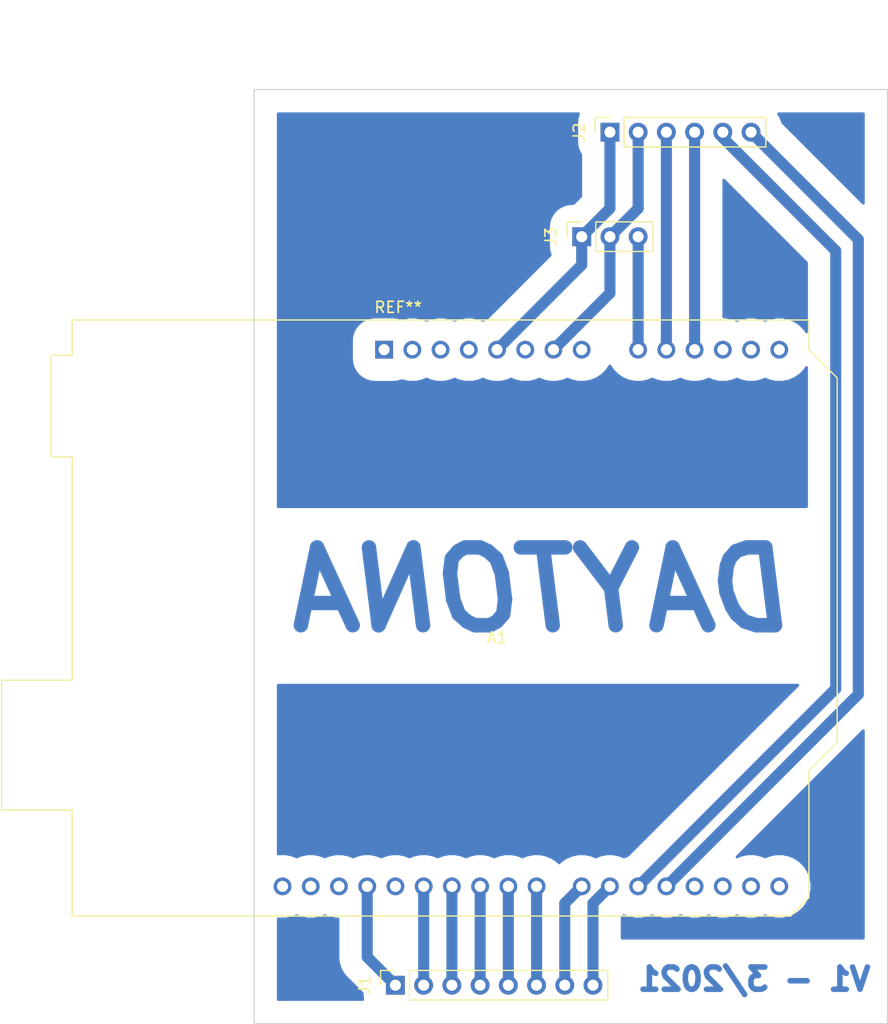
<source format=kicad_pcb>
(kicad_pcb (version 20221018) (generator pcbnew)
  (title_block (title "Ches Pur Ofi") (date "3/2021") (rev "V1"))
  (layers (0 "F.Cu" signal) (31 "B.Cu" signal) (34 "B.Paste" user) (35 "F.Paste" user) (36 "B.SilkS" user "B.Silkscreen") (37 "F.SilkS" user "F.Silkscreen") (38 "B.Mask" user) (39 "F.Mask" user) (44 "Edge.Cuts" user))
  (net 0 "")
  (net 1 "Net-(A1-Pad16)")
  (net 2 "Net-(A1-Pad15)")
  (net 3 "Net-(A1-Pad30)")
  (net 4 "Net-(A1-Pad14)")
  (net 5 "Net-(A1-Pad29)")
  (net 6 "Net-(A1-Pad13)")
  (net 7 "Net-(A1-Pad28)")
  (net 8 "Net-(A1-Pad12)")
  (net 9 "Net-(A1-Pad27)")
  (net 10 "Net-(A1-Pad11)")
  (net 11 "Net-(A1-Pad26)")
  (net 12 "Net-(A1-Pad10)")
  (net 13 "Net-(A1-Pad25)")
  (net 14 "Net-(A1-Pad9)")
  (net 15 "Net-(A1-Pad24)")
  (net 16 "Net-(A1-Pad8)")
  (net 17 "Net-(A1-Pad23)")
  (net 18 "Net-(A1-Pad7)")
  (net 19 "Net-(A1-Pad22)")
  (net 20 "Net-(A1-Pad6)")
  (net 21 "Net-(A1-Pad21)")
  (net 22 "Net-(A1-Pad5)")
  (net 23 "Net-(A1-Pad20)")
  (net 24 "Net-(A1-Pad4)")
  (net 25 "Net-(A1-Pad19)")
  (net 26 "Net-(A1-Pad3)")
  (net 27 "Net-(A1-Pad18)")
  (net 28 "Net-(A1-Pad2)")
  (net 29 "Net-(A1-Pad17)")
  (net 30 "Net-(A1-Pad1)")
  (net 31 "Net-(A1-Pad31)")
  (net 32 "Net-(A1-Pad32)")
  (footprint "Connector_PinSocket_2.54mm:PinSocket_1x03_P2.54mm_Vertical" (layer "F.Cu") (at 106.68 111.76 90)
    (fp_text reference "J3" (at 0 -2.77 90) (layer "F.SilkS"))
    (fp_text value "Volante")
    (fp_line (start -1.33 1.27) (end -1.33 6.41) (stroke (width 0.12)) (layer "F.SilkS"))
    (fp_line (start -1.33 1.27) (end 1.33 1.27) (stroke (width 0.12)) (layer "F.SilkS"))
    (fp_line (start -1.33 6.41) (end 1.33 6.41) (stroke (width 0.12)) (layer "F.SilkS"))
    (fp_line (start 0 -1.33) (end 1.33 -1.33) (stroke (width 0.12)) (layer "F.SilkS"))
    (fp_line (start 1.33 -1.33) (end 1.33 0) (stroke (width 0.12)) (layer "F.SilkS"))
    (fp_line (start 1.33 1.27) (end 1.33 6.41) (stroke (width 0.12)) (layer "F.SilkS"))
    (pad "1" thru_hole rect (at 0 0 90) (size 1.7 1.7) (drill 1) (layers "*.Cu" "*.Mask") (net 22 "Net-(A1-Pad5)"))
    (pad "2" thru_hole oval (at 0 2.54 90) (size 1.7 1.7) (drill 1) (layers "*.Cu" "*.Mask") (net 18 "Net-(A1-Pad7)"))
    (pad "3" thru_hole oval (at 0 5.08 90) (size 1.7 1.7) (drill 1) (layers "*.Cu" "*.Mask") (net 14 "Net-(A1-Pad9)"))
  )
  (footprint "luqas11:Arduino_Leonardo_WithFemaleSockets" (layer "F.Cu") (at 99.06 147.32)
    (fp_text reference "A1" (at 0 0.5) (layer "F.SilkS"))
    (fp_text value "Arduino_Leonardo")
    (fp_text user "REF**" (at -8.89 -29.21 180) (layer "F.SilkS"))
    (fp_line (start -44.58 4.32) (end -44.58 16) (stroke (width 0.12)) (layer "F.SilkS"))
    (fp_line (start -44.58 16) (end -38.23 16) (stroke (width 0.12)) (layer "F.SilkS"))
    (fp_line (start -40.13 -24.89) (end -40.13 -15.75) (stroke (width 0.12)) (layer "F.SilkS"))
    (fp_line (start -40.13 -15.75) (end -38.23 -15.75) (stroke (width 0.12)) (layer "F.SilkS"))
    (fp_line (start -38.23 -28.07) (end -38.23 -24.89) (stroke (width 0.12)) (layer "F.SilkS"))
    (fp_line (start -38.23 -24.89) (end -40.13 -24.89) (stroke (width 0.12)) (layer "F.SilkS"))
    (fp_line (start -38.23 -15.75) (end -38.23 4.32) (stroke (width 0.12)) (layer "F.SilkS"))
    (fp_line (start -38.23 4.32) (end -44.58 4.32) (stroke (width 0.12)) (layer "F.SilkS"))
    (fp_line (start -38.23 16) (end -38.23 25.53) (stroke (width 0.12)) (layer "F.SilkS"))
    (fp_line (start -38.23 25.53) (end 26.42 25.53) (stroke (width 0.12)) (layer "F.SilkS"))
    (fp_line (start 26.42 25.53) (end 28.07 23.88) (stroke (width 0.12)) (layer "F.SilkS"))
    (fp_line (start 28.07 -28.07) (end -38.23 -28.07) (stroke (width 0.12)) (layer "F.SilkS"))
    (fp_line (start 28.07 -25.4) (end 28.07 -28.07) (stroke (width 0.12)) (layer "F.SilkS"))
    (fp_line (start 28.07 12.45) (end 30.61 9.91) (stroke (width 0.12)) (layer "F.SilkS"))
    (fp_line (start 28.07 23.88) (end 28.07 12.45) (stroke (width 0.12)) (layer "F.SilkS"))
    (fp_line (start 30.61 -22.86) (end 28.07 -25.4) (stroke (width 0.12)) (layer "F.SilkS"))
    (fp_line (start 30.61 9.91) (end 30.61 -22.86) (stroke (width 0.12)) (layer "F.SilkS"))
    (pad "1" thru_hole rect (at -10.16 -25.4 90) (size 1.6 1.6) (drill 1) (layers "*.Cu" "*.Mask") (net 30 "Net-(A1-Pad1)"))
    (pad "2" thru_hole oval (at -7.62 -25.4 90) (size 1.6 1.6) (drill 1) (layers "*.Cu" "*.Mask") (net 28 "Net-(A1-Pad2)"))
    (pad "3" thru_hole oval (at -5.08 -25.4 90) (size 1.6 1.6) (drill 1) (layers "*.Cu" "*.Mask") (net 26 "Net-(A1-Pad3)"))
    (pad "4" thru_hole oval (at -2.54 -25.4 90) (size 1.6 1.6) (drill 1) (layers "*.Cu" "*.Mask") (net 24 "Net-(A1-Pad4)"))
    (pad "5" thru_hole oval (at 0 -25.4 90) (size 1.6 1.6) (drill 1) (layers "*.Cu" "*.Mask") (net 22 "Net-(A1-Pad5)"))
    (pad "6" thru_hole oval (at 2.54 -25.4 90) (size 1.6 1.6) (drill 1) (layers "*.Cu" "*.Mask") (net 20 "Net-(A1-Pad6)"))
    (pad "7" thru_hole oval (at 5.08 -25.4 90) (size 1.6 1.6) (drill 1) (layers "*.Cu" "*.Mask") (net 18 "Net-(A1-Pad7)"))
    (pad "8" thru_hole oval (at 7.62 -25.4 90) (size 1.6 1.6) (drill 1) (layers "*.Cu" "*.Mask") (net 16 "Net-(A1-Pad8)"))
    (pad "9" thru_hole oval (at 12.7 -25.4 90) (size 1.6 1.6) (drill 1) (layers "*.Cu" "*.Mask") (net 14 "Net-(A1-Pad9)"))
    (pad "10" thru_hole oval (at 15.24 -25.4 90) (size 1.6 1.6) (drill 1) (layers "*.Cu" "*.Mask") (net 12 "Net-(A1-Pad10)"))
    (pad "11" thru_hole oval (at 17.78 -25.4 90) (size 1.6 1.6) (drill 1) (layers "*.Cu" "*.Mask") (net 10 "Net-(A1-Pad11)"))
    (pad "12" thru_hole oval (at 20.32 -25.4 90) (size 1.6 1.6) (drill 1) (layers "*.Cu" "*.Mask") (net 8 "Net-(A1-Pad12)"))
    (pad "13" thru_hole oval (at 22.86 -25.4 90) (size 1.6 1.6) (drill 1) (layers "*.Cu" "*.Mask") (net 6 "Net-(A1-Pad13)"))
    (pad "14" thru_hole oval (at 25.4 -25.4 90) (size 1.6 1.6) (drill 1) (layers "*.Cu" "*.Mask") (net 4 "Net-(A1-Pad14)"))
    (pad "15" thru_hole oval (at 25.4 22.86 90) (size 1.6 1.6) (drill 1) (layers "*.Cu" "*.Mask") (net 2 "Net-(A1-Pad15)"))
    (pad "16" thru_hole oval (at 22.86 22.86 90) (size 1.6 1.6) (drill 1) (layers "*.Cu" "*.Mask") (net 1 "Net-(A1-Pad16)"))
    (pad "17" thru_hole oval (at 20.32 22.86 90) (size 1.6 1.6) (drill 1) (layers "*.Cu" "*.Mask") (net 29 "Net-(A1-Pad17)"))
    (pad "18" thru_hole oval (at 17.78 22.86 90) (size 1.6 1.6) (drill 1) (layers "*.Cu" "*.Mask") (net 27 "Net-(A1-Pad18)"))
    (pad "19" thru_hole oval (at 15.24 22.86 90) (size 1.6 1.6) (drill 1) (layers "*.Cu" "*.Mask") (net 25 "Net-(A1-Pad19)"))
    (pad "20" thru_hole oval (at 12.7 22.86 90) (size 1.6 1.6) (drill 1) (layers "*.Cu" "*.Mask") (net 23 "Net-(A1-Pad20)"))
    (pad "21" thru_hole oval (at 10.16 22.86 90) (size 1.6 1.6) (drill 1) (layers "*.Cu" "*.Mask") (net 21 "Net-(A1-Pad21)"))
    (pad "22" thru_hole oval (at 7.62 22.86 90) (size 1.6 1.6) (drill 1) (layers "*.Cu" "*.Mask") (net 19 "Net-(A1-Pad22)"))
    (pad "23" thru_hole oval (at 3.56 22.86 90) (size 1.6 1.6) (drill 1) (layers "*.Cu" "*.Mask") (net 17 "Net-(A1-Pad23)"))
    (pad "24" thru_hole oval (at 1.02 22.86 90) (size 1.6 1.6) (drill 1) (layers "*.Cu" "*.Mask") (net 15 "Net-(A1-Pad24)"))
    (pad "25" thru_hole oval (at -1.52 22.86 90) (size 1.6 1.6) (drill 1) (layers "*.Cu" "*.Mask") (net 13 "Net-(A1-Pad25)"))
    (pad "26" thru_hole oval (at -4.06 22.86 90) (size 1.6 1.6) (drill 1) (layers "*.Cu" "*.Mask") (net 11 "Net-(A1-Pad26)"))
    (pad "27" thru_hole oval (at -6.6 22.86 90) (size 1.6 1.6) (drill 1) (layers "*.Cu" "*.Mask") (net 9 "Net-(A1-Pad27)"))
    (pad "28" thru_hole oval (at -9.14 22.86 90) (size 1.6 1.6) (drill 1) (layers "*.Cu" "*.Mask") (net 7 "Net-(A1-Pad28)"))
    (pad "29" thru_hole oval (at -11.68 22.86 90) (size 1.6 1.6) (drill 1) (layers "*.Cu" "*.Mask") (net 5 "Net-(A1-Pad29)"))
    (pad "30" thru_hole oval (at -14.22 22.86 90) (size 1.6 1.6) (drill 1) (layers "*.Cu" "*.Mask") (net 3 "Net-(A1-Pad30)"))
    (pad "31" thru_hole oval (at -16.76 22.86 90) (size 1.6 1.6) (drill 1) (layers "*.Cu" "*.Mask") (net 31 "Net-(A1-Pad31)"))
    (pad "32" thru_hole oval (at -19.3 22.86 90) (size 1.6 1.6) (drill 1) (layers "*.Cu" "*.Mask") (net 32 "Net-(A1-Pad32)"))
  )
  (footprint "Connector_PinSocket_2.54mm:PinSocket_1x08_P2.54mm_Vertical" (layer "F.Cu") (at 89.916 179.07 90)
    (fp_text reference "J1" (at 0 -2.77 90) (layer "F.SilkS"))
    (fp_text value "Botones")
    (fp_line (start -1.33 1.27) (end -1.33 19.11) (stroke (width 0.12)) (layer "F.SilkS"))
    (fp_line (start -1.33 1.27) (end 1.33 1.27) (stroke (width 0.12)) (layer "F.SilkS"))
    (fp_line (start -1.33 19.11) (end 1.33 19.11) (stroke (width 0.12)) (layer "F.SilkS"))
    (fp_line (start 0 -1.33) (end 1.33 -1.33) (stroke (width 0.12)) (layer "F.SilkS"))
    (fp_line (start 1.33 -1.33) (end 1.33 0) (stroke (width 0.12)) (layer "F.SilkS"))
    (fp_line (start 1.33 1.27) (end 1.33 19.11) (stroke (width 0.12)) (layer "F.SilkS"))
    (pad "1" thru_hole rect (at 0 0 90) (size 1.7 1.7) (drill 1) (layers "*.Cu" "*.Mask") (net 5 "Net-(A1-Pad29)"))
    (pad "2" thru_hole oval (at 0 2.54 90) (size 1.7 1.7) (drill 1) (layers "*.Cu" "*.Mask") (net 9 "Net-(A1-Pad27)"))
    (pad "3" thru_hole oval (at 0 5.08 90) (size 1.7 1.7) (drill 1) (layers "*.Cu" "*.Mask") (net 11 "Net-(A1-Pad26)"))
    (pad "4" thru_hole oval (at 0 7.62 90) (size 1.7 1.7) (drill 1) (layers "*.Cu" "*.Mask") (net 13 "Net-(A1-Pad25)"))
    (pad "5" thru_hole oval (at 0 10.16 90) (size 1.7 1.7) (drill 1) (layers "*.Cu" "*.Mask") (net 15 "Net-(A1-Pad24)"))
    (pad "6" thru_hole oval (at 0 12.7 90) (size 1.7 1.7) (drill 1) (layers "*.Cu" "*.Mask") (net 17 "Net-(A1-Pad23)"))
    (pad "7" thru_hole oval (at 0 15.24 90) (size 1.7 1.7) (drill 1) (layers "*.Cu" "*.Mask") (net 19 "Net-(A1-Pad22)"))
    (pad "8" thru_hole oval (at 0 17.78 90) (size 1.7 1.7) (drill 1) (layers "*.Cu" "*.Mask") (net 21 "Net-(A1-Pad21)"))
  )
  (footprint "Connector_PinSocket_2.54mm:PinSocket_1x06_P2.54mm_Vertical" (layer "F.Cu") (at 109.22 102.362 90)
    (fp_text reference "J2" (at 0 -2.77 90) (layer "F.SilkS"))
    (fp_text value "Pedales+Velocimetro+Monedas")
    (fp_line (start -1.33 1.27) (end -1.33 14.03) (stroke (width 0.12)) (layer "F.SilkS"))
    (fp_line (start -1.33 1.27) (end 1.33 1.27) (stroke (width 0.12)) (layer "F.SilkS"))
    (fp_line (start -1.33 14.03) (end 1.33 14.03) (stroke (width 0.12)) (layer "F.SilkS"))
    (fp_line (start 0 -1.33) (end 1.33 -1.33) (stroke (width 0.12)) (layer "F.SilkS"))
    (fp_line (start 1.33 -1.33) (end 1.33 0) (stroke (width 0.12)) (layer "F.SilkS"))
    (fp_line (start 1.33 1.27) (end 1.33 14.03) (stroke (width 0.12)) (layer "F.SilkS"))
    (pad "1" thru_hole rect (at 0 0 90) (size 1.7 1.7) (drill 1) (layers "*.Cu" "*.Mask") (net 22 "Net-(A1-Pad5)"))
    (pad "2" thru_hole oval (at 0 2.54 90) (size 1.7 1.7) (drill 1) (layers "*.Cu" "*.Mask") (net 18 "Net-(A1-Pad7)"))
    (pad "3" thru_hole oval (at 0 5.08 90) (size 1.7 1.7) (drill 1) (layers "*.Cu" "*.Mask") (net 12 "Net-(A1-Pad10)"))
    (pad "4" thru_hole oval (at 0 7.62 90) (size 1.7 1.7) (drill 1) (layers "*.Cu" "*.Mask") (net 10 "Net-(A1-Pad11)"))
    (pad "5" thru_hole oval (at 0 10.16 90) (size 1.7 1.7) (drill 1) (layers "*.Cu" "*.Mask") (net 23 "Net-(A1-Pad20)"))
    (pad "6" thru_hole oval (at 0 12.7 90) (size 1.7 1.7) (drill 1) (layers "*.Cu" "*.Mask") (net 25 "Net-(A1-Pad19)"))
  )
  (gr_line (start 77.2 98.53) (end 134.2 98.53) (stroke (width 0.1)) (layer "Edge.Cuts"))
  (gr_line (start 134.2 98.53) (end 134.2 182.53) (stroke (width 0.1)) (layer "Edge.Cuts"))
  (gr_line (start 134.2 182.53) (end 77.2 182.53) (stroke (width 0.1)) (layer "Edge.Cuts"))
  (gr_line (start 77.2 182.53) (end 77.2 98.53) (stroke (width 0.1)) (layer "Edge.Cuts"))
  (gr_text "V1 - 3/2021" (at 122.2 178.53) (layer "B.Cu") (effects (font (size 2 2) (thickness 0.5)) (justify mirror)))
  (gr_text "DAYTONA" (at 103.2 143.53) (layer "B.Cu") (effects (font (size 7 7) (thickness 1.3) italic) (justify mirror)))
  (segment (start 87.38 176.534) (end 89.916 179.07) (width 1) (layer "B.Cu") (net 5))
  (segment (start 87.38 170.18) (end 87.38 176.534) (width 1) (layer "B.Cu") (net 5))
  (segment (start 92.46 179.066) (end 92.456 179.07) (width 1) (layer "B.Cu") (net 9))
  (segment (start 92.46 170.18) (end 92.46 179.066) (width 1) (layer "B.Cu") (net 9))
  (segment (start 116.84 102.87) (end 116.84 121.92) (width 1) (layer "B.Cu") (net 10))
  (segment (start 95 170.18) (end 95 179.066) (width 1) (layer "B.Cu") (net 11))
  (segment (start 95 179.066) (end 94.996 179.07) (width 1) (layer "B.Cu") (net 11))
  (segment (start 114.3 102.87) (end 114.3 121.92) (width 1) (layer "B.Cu") (net 12))
  (segment (start 97.54 170.18) (end 97.54 179.066) (width 1) (layer "B.Cu") (net 13))
  (segment (start 97.54 179.066) (end 97.536 179.07) (width 1) (layer "B.Cu") (net 13))
  (segment (start 111.76 111.76) (end 111.76 121.92) (width 1) (layer "B.Cu") (net 14))
  (segment (start 100.08 179.066) (end 100.076 179.07) (width 1) (layer "B.Cu") (net 15))
  (segment (start 100.08 170.18) (end 100.08 179.066) (width 1) (layer "B.Cu") (net 15))
  (segment (start 102.62 170.18) (end 102.62 179.066) (width 1) (layer "B.Cu") (net 17))
  (segment (start 102.62 179.066) (end 102.616 179.07) (width 1) (layer "B.Cu") (net 17))
  (segment (start 109.22 111.76) (end 109.22 116.84) (width 1) (layer "B.Cu") (net 18))
  (segment (start 111.76 109.22) (end 109.22 111.76) (width 1) (layer "B.Cu") (net 18))
  (segment (start 111.76 102.87) (end 111.76 109.22) (width 1) (layer "B.Cu") (net 18))
  (segment (start 109.22 116.84) (end 104.14 121.92) (width 1) (layer "B.Cu") (net 18))
  (segment (start 105.156 171.704) (end 105.156 179.07) (width 1) (layer "B.Cu") (net 19))
  (segment (start 106.68 170.18) (end 105.156 171.704) (width 1) (layer "B.Cu") (net 19))
  (segment (start 109.22 170.18) (end 107.696 171.704) (width 1) (layer "B.Cu") (net 21))
  (segment (start 107.696 171.704) (end 107.696 179.07) (width 1) (layer "B.Cu") (net 21))
  (segment (start 109.22 102.87) (end 109.22 109.22) (width 1) (layer "B.Cu") (net 22))
  (segment (start 106.68 111.76) (end 106.68 114.3) (width 1) (layer "B.Cu") (net 22))
  (segment (start 99.379998 121.92) (end 99.06 121.92) (width 1) (layer "B.Cu") (net 22))
  (segment (start 109.22 109.22) (end 106.68 111.76) (width 1) (layer "B.Cu") (net 22))
  (segment (start 106.68 114.3) (end 99.06 121.92) (width 1) (layer "B.Cu") (net 22))
  (segment (start 119.38 102.87) (end 129.54 113.03) (width 1) (layer "B.Cu") (net 23))
  (segment (start 129.54 113.03) (end 129.54 152.4) (width 1) (layer "B.Cu") (net 23))
  (segment (start 129.54 152.4) (end 111.76 170.18) (width 1) (layer "B.Cu") (net 23))
  (segment (start 131.572 152.908) (end 114.3 170.18) (width 1) (layer "B.Cu") (net 25))
  (segment (start 131.572 112.014) (end 131.572 152.908) (width 1) (layer "B.Cu") (net 25))
  (segment (start 121.92 102.362) (end 131.572 112.014) (width 1) (layer "B.Cu") (net 25))
  (zone (net 0) (net_name "") (layer "B.Cu") (connect_pads (clearance 2)) (min_thickness 0.254) (fill yes (thermal_gap 0.508) (thermal_bridge_width 0.508))
    (polygon (pts (xy 134.2 182.53) (xy 77.2 182.53) (xy 77.2 98.53) (xy 134.2 98.53)))
  )
)
</source>
